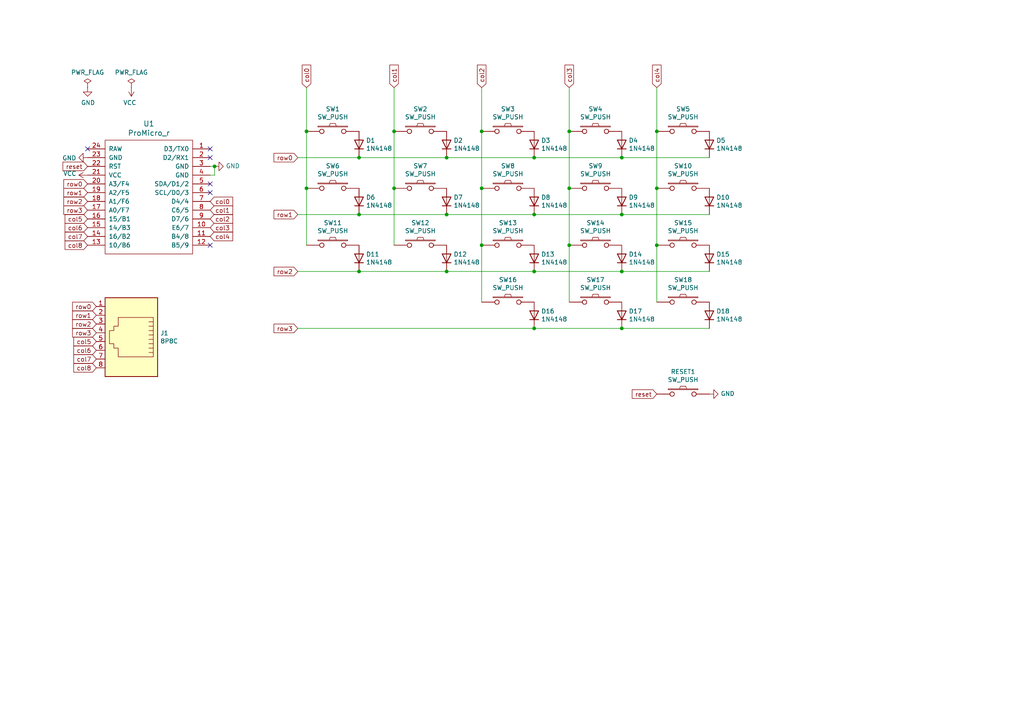
<source format=kicad_sch>
(kicad_sch (version 20211123) (generator eeschema)
  (paper "A4")
  (title_block (title "REVIUNG34-SPLIT-LEFT") (date "2019-09-11") (rev "1.1"))
  (lib_symbols
    (symbol "Diode:1N4148" (pin_numbers hide) (pin_names hide)
      (property "Reference" "D" (at 0 2.54 0))
      (property "Value" "1N4148" (at 0 -2.54 0))
      (symbol "1N4148_0_1"
        (polyline (pts (xy -1.27 1.27) (xy -1.27 -1.27)) (stroke (width 0.254)))
        (polyline (pts (xy 1.27 0) (xy -1.27 0)))
        (polyline (pts (xy 1.27 1.27) (xy 1.27 -1.27) (xy -1.27 0) (xy 1.27 1.27)) (stroke (width 0.254)))
      )
      (symbol "1N4148_1_1"
        (pin passive line (at -3.81 0 0) (length 2.54) (name "K") (number "1"))
        (pin passive line (at 3.81 0 180) (length 2.54) (name "A") (number "2"))
      )
    )
    (symbol "REVIUNG-PROMICRO:ProMicro_r-_reviung-kbd" (pin_names (offset 1.016))
      (property "Reference" "U1" (at 1.27 25.0698 0))
      (property "Value" "ProMicro_r" (at 1.27 22.3774 0))
      (symbol "ProMicro_r-_reviung-kbd_0_1"
        (rectangle (start 13.97 20.32) (end -11.43 -12.7))
      )
      (symbol "ProMicro_r-_reviung-kbd_1_1"
        (pin bidirectional line (at 19.05 17.78 180) (length 5.08) (name "D3/TX0") (number "1"))
        (pin bidirectional line (at 19.05 -5.08 180) (length 5.08) (name "E6/7") (number "10"))
        (pin bidirectional line (at 19.05 -7.62 180) (length 5.08) (name "B4/8") (number "11"))
        (pin bidirectional line (at 19.05 -10.16 180) (length 5.08) (name "B5/9") (number "12"))
        (pin bidirectional line (at -16.51 -10.16 0) (length 5.08) (name "10/B6") (number "13"))
        (pin bidirectional line (at -16.51 -7.62 0) (length 5.08) (name "16/B2") (number "14"))
        (pin bidirectional line (at -16.51 -5.08 0) (length 5.08) (name "14/B3") (number "15"))
        (pin bidirectional line (at -16.51 -2.54 0) (length 5.08) (name "15/B1") (number "16"))
        (pin bidirectional line (at -16.51 0 0) (length 5.08) (name "A0/F7") (number "17"))
        (pin bidirectional line (at -16.51 2.54 0) (length 5.08) (name "A1/F6") (number "18"))
        (pin bidirectional line (at -16.51 5.08 0) (length 5.08) (name "A2/F5") (number "19"))
        (pin bidirectional line (at 19.05 15.24 180) (length 5.08) (name "D2/RX1") (number "2"))
        (pin bidirectional line (at -16.51 7.62 0) (length 5.08) (name "A3/F4") (number "20"))
        (pin power_in line (at -16.51 10.16 0) (length 5.08) (name "VCC") (number "21"))
        (pin input line (at -16.51 12.7 0) (length 5.08) (name "RST") (number "22"))
        (pin power_in line (at -16.51 15.24 0) (length 5.08) (name "GND") (number "23"))
        (pin power_out line (at -16.51 17.78 0) (length 5.08) (name "RAW") (number "24"))
        (pin power_in line (at 19.05 12.7 180) (length 5.08) (name "GND") (number "3"))
        (pin power_in line (at 19.05 10.16 180) (length 5.08) (name "GND") (number "4"))
        (pin bidirectional line (at 19.05 7.62 180) (length 5.08) (name "SDA/D1/2") (number "5"))
        (pin bidirectional line (at 19.05 5.08 180) (length 5.08) (name "SCL/D0/3") (number "6"))
        (pin bidirectional line (at 19.05 2.54 180) (length 5.08) (name "D4/4") (number "7"))
        (pin bidirectional line (at 19.05 0 180) (length 5.08) (name "C6/5") (number "8"))
        (pin bidirectional line (at 19.05 -2.54 180) (length 5.08) (name "D7/6") (number "9"))
      )
    )
    (symbol "REVIUNG-RJ45:8P8C-_reviung-kbd" (pin_names (offset 1.016))
      (property "Reference" "J1" (at 8.382 -0.1016 0))
      (property "Value" "8P8C" (at 8.382 -2.413 0))
      (symbol "8P8C-_reviung-kbd_0_1"
        (polyline (pts (xy -5.08 4.445) (xy -6.35 4.445)))
        (polyline (pts (xy -5.08 5.715) (xy -6.35 5.715)))
        (polyline (pts (xy -6.35 -3.175) (xy -5.08 -3.175) (xy -5.08 -3.175)))
        (polyline (pts (xy -6.35 -1.905) (xy -5.08 -1.905) (xy -5.08 -1.905)))
        (polyline (pts (xy -6.35 -0.635) (xy -5.08 -0.635) (xy -5.08 -0.635)))
        (polyline (pts (xy -6.35 0.635) (xy -5.08 0.635) (xy -5.08 0.635)))
        (polyline (pts (xy -6.35 1.905) (xy -5.08 1.905) (xy -5.08 1.905)))
        (polyline (pts (xy -5.08 3.175) (xy -6.35 3.175) (xy -6.35 3.175)))
        (polyline (pts (xy -6.35 -4.445) (xy -6.35 6.985) (xy 3.81 6.985) (xy 3.81 4.445) (xy 5.08 4.445) (xy 5.08 3.175) (xy 6.35 3.175) (xy 6.35 -0.635) (xy 5.08 -0.635) (xy 5.08 -1.905) (xy 3.81 -1.905) (xy 3.81 -4.445) (xy -6.35 -4.445) (xy -6.35 -4.445)))
        (rectangle (start 7.62 12.7) (end -7.62 -10.16) (stroke (width 0.254)) (fill (type background)))
      )
      (symbol "8P8C-_reviung-kbd_1_1"
        (pin passive line (at 10.16 -7.62 180) (length 2.54) (name "~") (number "1"))
        (pin passive line (at 10.16 -5.08 180) (length 2.54) (name "~") (number "2"))
        (pin passive line (at 10.16 -2.54 180) (length 2.54) (name "~") (number "3"))
        (pin passive line (at 10.16 0 180) (length 2.54) (name "~") (number "4"))
        (pin passive line (at 10.16 2.54 180) (length 2.54) (name "~") (number "5"))
        (pin passive line (at 10.16 5.08 180) (length 2.54) (name "~") (number "6"))
        (pin passive line (at 10.16 7.62 180) (length 2.54) (name "~") (number "7"))
        (pin passive line (at 10.16 10.16 180) (length 2.54) (name "~") (number "8"))
      )
    )
    (symbol "REVIUNG-SW-MX-CHOC-1U:SW_PUSH-_reviung-kbd" (pin_numbers hide) (pin_names (offset 1.016) hide)
      (property "Reference" "SW11" (at 0 6.477 0))
      (property "Value" "SW_PUSH" (at 0 4.1656 0))
      (symbol "SW_PUSH-_reviung-kbd_0_1"
        (rectangle (start -4.318 1.27) (end 4.318 1.524))
        (polyline (pts (xy -1.016 1.524) (xy -0.762 2.286) (xy 0.762 2.286) (xy 1.016 1.524)))
        (pin passive inverted (at -7.62 0 0) (length 5.08) (name "1") (number "1"))
        (pin passive inverted (at 7.62 0 180) (length 5.08) (name "2") (number "2"))
      )
    )
    (symbol "power:GND" (power) (pin_names (offset 0))
      (property "Value" "GND" (at 0 -3.81 0))
      (symbol "GND_0_1"
        (polyline (pts (xy 0 0) (xy 0 -1.27) (xy 1.27 -1.27) (xy 0 -2.54) (xy -1.27 -1.27) (xy 0 -1.27)))
      )
      (symbol "GND_1_1"
        (pin power_in line (at 0 0 270) (length 0) hide (name "GND") (number "1"))
      )
    )
    (symbol "power:PWR_FLAG" (power) (pin_numbers hide) (pin_names (offset 0) hide)
      (property "Value" "PWR_FLAG" (at 0 3.81 0))
      (symbol "PWR_FLAG_0_0"
        (pin power_out line (at 0 0 90) (length 0) (name "pwr") (number "1"))
      )
      (symbol "PWR_FLAG_0_1"
        (polyline (pts (xy 0 0) (xy 0 1.27) (xy -1.016 1.905) (xy 0 2.54) (xy 1.016 1.905) (xy 0 1.27)))
      )
    )
    (symbol "power:VCC" (power) (pin_names (offset 0))
      (property "Value" "VCC" (at 0 3.81 0))
      (symbol "VCC_0_1"
        (polyline (pts (xy -0.762 1.27) (xy 0 2.54)))
        (polyline (pts (xy 0 0) (xy 0 2.54)))
        (polyline (pts (xy 0 2.54) (xy 0.762 1.27)))
      )
      (symbol "VCC_1_1"
        (pin power_in line (at 0 0 90) (length 0) hide (name "VCC") (number "1"))
      )
    )
  )
  (junction (at 154.94 62.23))
  (junction (at 190.5 38.1))
  (junction (at 139.7 54.61))
  (junction (at 62.23 48.26))
  (junction (at 129.54 62.23))
  (junction (at 139.7 71.12))
  (junction (at 88.9 38.1))
  (junction (at 139.7 38.1))
  (junction (at 129.54 45.72))
  (junction (at 165.1 71.12))
  (junction (at 114.3 54.61))
  (junction (at 88.9 54.61))
  (junction (at 154.94 45.72))
  (junction (at 165.1 54.61))
  (junction (at 180.34 78.74))
  (junction (at 104.14 62.23))
  (junction (at 114.3 38.1))
  (junction (at 180.34 45.72))
  (junction (at 154.94 78.74))
  (junction (at 180.34 95.25))
  (junction (at 190.5 54.61))
  (junction (at 165.1 38.1))
  (junction (at 154.94 95.25))
  (junction (at 129.54 78.74))
  (junction (at 104.14 45.72))
  (junction (at 180.34 62.23))
  (junction (at 190.5 71.12))
  (junction (at 104.14 78.74))
  (no_connect (at 60.96 43.18))
  (no_connect (at 25.4 43.18))
  (no_connect (at 60.96 45.72))
  (no_connect (at 60.96 71.12))
  (no_connect (at 60.96 55.88))
  (no_connect (at 60.96 53.34))
  (wire (pts (xy 165.1 25.4) (xy 165.1 38.1)))
  (wire (pts (xy 190.5 38.1) (xy 190.5 54.61)))
  (wire (pts (xy 86.36 78.74) (xy 104.14 78.74)))
  (wire (pts (xy 180.34 45.72) (xy 205.74 45.72)))
  (wire (pts (xy 60.96 48.26) (xy 62.23 48.26)))
  (wire (pts (xy 180.34 78.74) (xy 205.74 78.74)))
  (wire (pts (xy 190.5 54.61) (xy 190.5 71.12)))
  (wire (pts (xy 139.7 71.12) (xy 139.7 87.63)))
  (wire (pts (xy 104.14 62.23) (xy 129.54 62.23)))
  (wire (pts (xy 139.7 25.4) (xy 139.7 38.1)))
  (wire (pts (xy 86.36 45.72) (xy 104.14 45.72)))
  (wire (pts (xy 139.7 38.1) (xy 139.7 54.61)))
  (wire (pts (xy 86.36 95.25) (xy 154.94 95.25)))
  (wire (pts (xy 129.54 78.74) (xy 154.94 78.74)))
  (wire (pts (xy 88.9 54.61) (xy 88.9 71.12)))
  (wire (pts (xy 129.54 45.72) (xy 154.94 45.72)))
  (wire (pts (xy 104.14 78.74) (xy 129.54 78.74)))
  (wire (pts (xy 180.34 95.25) (xy 205.74 95.25)))
  (wire (pts (xy 190.5 25.4) (xy 190.5 38.1)))
  (wire (pts (xy 114.3 38.1) (xy 114.3 54.61)))
  (wire (pts (xy 154.94 45.72) (xy 180.34 45.72)))
  (wire (pts (xy 190.5 71.12) (xy 190.5 87.63)))
  (wire (pts (xy 165.1 54.61) (xy 165.1 71.12)))
  (wire (pts (xy 154.94 62.23) (xy 180.34 62.23)))
  (wire (pts (xy 154.94 95.25) (xy 180.34 95.25)))
  (wire (pts (xy 165.1 38.1) (xy 165.1 54.61)))
  (wire (pts (xy 60.96 50.8) (xy 62.23 50.8)))
  (wire (pts (xy 104.14 45.72) (xy 129.54 45.72)))
  (wire (pts (xy 88.9 25.4) (xy 88.9 38.1)))
  (wire (pts (xy 88.9 38.1) (xy 88.9 54.61)))
  (wire (pts (xy 114.3 54.61) (xy 114.3 71.12)))
  (wire (pts (xy 86.36 62.23) (xy 104.14 62.23)))
  (wire (pts (xy 62.23 50.8) (xy 62.23 48.26)))
  (wire (pts (xy 129.54 62.23) (xy 154.94 62.23)))
  (wire (pts (xy 139.7 54.61) (xy 139.7 71.12)))
  (wire (pts (xy 154.94 78.74) (xy 180.34 78.74)))
  (wire (pts (xy 165.1 71.12) (xy 165.1 87.63)))
  (wire (pts (xy 180.34 62.23) (xy 205.74 62.23)))
  (wire (pts (xy 114.3 25.4) (xy 114.3 38.1)))
  (global_label "row1" (shape input) (at 25.4 55.88 180) (property "Обозначения листов" "${INTERSHEET_REFS}" (effects hide)))
  (global_label "col7" (shape input) (at 25.4 68.58 180) (property "Обозначения листов" "${INTERSHEET_REFS}" (effects hide)))
  (global_label "col3" (shape input) (at 165.1 25.4 90) (property "Обозначения листов" "${INTERSHEET_REFS}" (effects hide)))
  (global_label "row3" (shape input) (at 86.36 95.25 180) (property "Обозначения листов" "${INTERSHEET_REFS}" (effects hide)))
  (global_label "row1" (shape input) (at 27.94 91.44 180) (property "Обозначения листов" "${INTERSHEET_REFS}" (effects hide)))
  (global_label "row3" (shape input) (at 25.4 60.96 180) (property "Обозначения листов" "${INTERSHEET_REFS}" (effects hide)))
  (global_label "col1" (shape input) (at 114.3 25.4 90) (property "Обозначения листов" "${INTERSHEET_REFS}" (effects hide)))
  (global_label "col2" (shape input) (at 139.7 25.4 90) (property "Обозначения листов" "${INTERSHEET_REFS}" (effects hide)))
  (global_label "row2" (shape input) (at 25.4 58.42 180) (property "Обозначения листов" "${INTERSHEET_REFS}" (effects hide)))
  (global_label "row1" (shape input) (at 86.36 62.23 180) (property "Обозначения листов" "${INTERSHEET_REFS}" (effects hide)))
  (global_label "col5" (shape input) (at 27.94 99.06 180) (property "Обозначения листов" "${INTERSHEET_REFS}" (effects hide)))
  (global_label "col3" (shape input) (at 60.96 66.04 0) (property "Обозначения листов" "${INTERSHEET_REFS}" (effects hide)))
  (global_label "col0" (shape input) (at 60.96 58.42 0) (property "Обозначения листов" "${INTERSHEET_REFS}" (effects hide)))
  (global_label "row3" (shape input) (at 27.94 96.52 180) (property "Обозначения листов" "${INTERSHEET_REFS}" (effects hide)))
  (global_label "reset" (shape input) (at 190.5 114.3 180) (property "Обозначения листов" "${INTERSHEET_REFS}" (effects hide)))
  (global_label "row0" (shape input) (at 25.4 53.34 180) (property "Обозначения листов" "${INTERSHEET_REFS}" (effects hide)))
  (global_label "col4" (shape input) (at 190.5 25.4 90) (property "Обозначения листов" "${INTERSHEET_REFS}" (effects hide)))
  (global_label "row0" (shape input) (at 27.94 88.9 180) (property "Обозначения листов" "${INTERSHEET_REFS}" (effects hide)))
  (global_label "row2" (shape input) (at 27.94 93.98 180) (property "Обозначения листов" "${INTERSHEET_REFS}" (effects hide)))
  (global_label "col7" (shape input) (at 27.94 104.14 180) (property "Обозначения листов" "${INTERSHEET_REFS}" (effects hide)))
  (global_label "col2" (shape input) (at 60.96 63.5 0) (property "Обозначения листов" "${INTERSHEET_REFS}" (effects hide)))
  (global_label "col4" (shape input) (at 60.96 68.58 0) (property "Обозначения листов" "${INTERSHEET_REFS}" (effects hide)))
  (global_label "reset" (shape input) (at 25.4 48.26 180) (property "Обозначения листов" "${INTERSHEET_REFS}" (effects hide)))
  (global_label "col1" (shape input) (at 60.96 60.96 0) (property "Обозначения листов" "${INTERSHEET_REFS}" (effects hide)))
  (global_label "col6" (shape input) (at 27.94 101.6 180) (property "Обозначения листов" "${INTERSHEET_REFS}" (effects hide)))
  (global_label "col5" (shape input) (at 25.4 63.5 180) (property "Обозначения листов" "${INTERSHEET_REFS}" (effects hide)))
  (global_label "col8" (shape input) (at 25.4 71.12 180) (property "Обозначения листов" "${INTERSHEET_REFS}" (effects hide)))
  (global_label "col6" (shape input) (at 25.4 66.04 180) (property "Обозначения листов" "${INTERSHEET_REFS}" (effects hide)))
  (global_label "row2" (shape input) (at 86.36 78.74 180) (property "Обозначения листов" "${INTERSHEET_REFS}" (effects hide)))
  (global_label "row0" (shape input) (at 86.36 45.72 180) (property "Обозначения листов" "${INTERSHEET_REFS}" (effects hide)))
  (global_label "col0" (shape input) (at 88.9 25.4 90) (property "Обозначения листов" "${INTERSHEET_REFS}" (effects hide)))
  (global_label "col8" (shape input) (at 27.94 106.68 180) (property "Обозначения листов" "${INTERSHEET_REFS}" (effects hide)))
  (symbol (lib_id "power:PWR_FLAG") (at 25.4 25.4 0) (unit 1)
    (property "Reference" "#FLG01" (effects hide))
    (property "Value" "PWR_FLAG" (at 25.4 21.0058 0))
  )
  (symbol (lib_id "power:PWR_FLAG") (at 38.1 25.4 0) (unit 1)
    (property "Reference" "#FLG02" (effects hide))
    (property "Value" "PWR_FLAG" (at 38.1 21.0058 0))
  )
  (symbol (lib_id "power:GND") (at 25.4 25.4 0) (unit 1)
    (property "Reference" "#PWR01" (effects hide))
    (property "Value" "GND" (at 25.527 29.7942 0))
  )
  (symbol (lib_id "power:VCC") (at 38.1 25.4 180) (unit 1)
    (property "Reference" "#PWR02" (effects hide))
    (property "Value" "VCC" (at 37.6428 29.7942 0))
  )
  (symbol (lib_id "REVIUNG-PROMICRO:ProMicro_r-_reviung-kbd") (at 41.91 60.96 0) (unit 1)
    (property "Reference" "U1" (at 43.18 35.8902 0) (effects (font (size 1.524 1.524))))
    (property "Value" "ProMicro_r" (at 43.18 38.5826 0) (effects (font (size 1.524 1.524))))
    (property "Footprint" "REVIUNG-footprints:REVIUNG-PROMICRO" (effects hide))
  )
  (symbol (lib_id "power:GND") (at 25.4 45.72 270) (unit 1)
    (property "Reference" "#PWR03" (effects hide))
    (property "Value" "GND" (at 22.1488 45.847 90) (effects (justify right)))
  )
  (symbol (lib_id "power:VCC") (at 25.4 50.8 90) (unit 1)
    (property "Reference" "#PWR05" (effects hide))
    (property "Value" "VCC" (at 22.1742 50.3428 90) (effects (justify left)))
  )
  (symbol (lib_id "power:GND") (at 62.23 48.26 90) (unit 1)
    (property "Reference" "#PWR04" (effects hide))
    (property "Value" "GND" (at 65.4812 48.133 90) (effects (justify right)))
  )
  (symbol (lib_id "REVIUNG-SW-MX-CHOC-1U:SW_PUSH-_reviung-kbd") (at 96.52 38.1 0) (unit 1)
    (property "Reference" "SW1" (at 96.52 31.623 0))
    (property "Value" "SW_PUSH" (at 96.52 33.9344 0))
    (property "Footprint" "REVIUNG-footprints:SEPOR-MX-KS27-HOTSWAP-1U" (effects hide))
  )
  (symbol (lib_id "Diode:1N4148") (at 104.14 41.91 90) (unit 1)
    (property "Reference" "D1" (at 106.1466 40.7416 90) (effects (justify right)))
    (property "Value" "1N4148" (at 106.1466 43.053 90) (effects (justify right)))
    (property "Footprint" "REVIUNG-footprints:REVIUNG-DIODE-DUAL" (effects hide))
    (property "Datasheet" "https://assets.nexperia.com/documents/data-sheet/1N4148_1N4448.pdf" (effects hide))
  )
  (symbol (lib_id "REVIUNG-SW-MX-CHOC-1U:SW_PUSH-_reviung-kbd") (at 121.92 38.1 0) (unit 1)
    (property "Reference" "SW2" (at 121.92 31.623 0))
    (property "Value" "SW_PUSH" (at 121.92 33.9344 0))
    (property "Footprint" "REVIUNG-footprints:SEPOR-MX-KS27-HOTSWAP-1U" (effects hide))
  )
  (symbol (lib_id "Diode:1N4148") (at 129.54 41.91 90) (unit 1)
    (property "Reference" "D2" (at 131.5466 40.7416 90) (effects (justify right)))
    (property "Value" "1N4148" (at 131.5466 43.053 90) (effects (justify right)))
    (property "Footprint" "REVIUNG-footprints:REVIUNG-DIODE-DUAL" (effects hide))
    (property "Datasheet" "https://assets.nexperia.com/documents/data-sheet/1N4148_1N4448.pdf" (effects hide))
  )
  (symbol (lib_id "REVIUNG-SW-MX-CHOC-1U:SW_PUSH-_reviung-kbd") (at 147.32 38.1 0) (unit 1)
    (property "Reference" "SW3" (at 147.32 31.623 0))
    (property "Value" "SW_PUSH" (at 147.32 33.9344 0))
    (property "Footprint" "REVIUNG-footprints:SEPOR-MX-KS27-HOTSWAP-1U" (effects hide))
  )
  (symbol (lib_id "Diode:1N4148") (at 154.94 41.91 90) (unit 1)
    (property "Reference" "D3" (at 156.9466 40.7416 90) (effects (justify right)))
    (property "Value" "1N4148" (at 156.9466 43.053 90) (effects (justify right)))
    (property "Footprint" "REVIUNG-footprints:REVIUNG-DIODE-DUAL" (effects hide))
    (property "Datasheet" "https://assets.nexperia.com/documents/data-sheet/1N4148_1N4448.pdf" (effects hide))
  )
  (symbol (lib_id "REVIUNG-SW-MX-CHOC-1U:SW_PUSH-_reviung-kbd") (at 172.72 38.1 0) (unit 1)
    (property "Reference" "SW4" (at 172.72 31.623 0))
    (property "Value" "SW_PUSH" (at 172.72 33.9344 0))
    (property "Footprint" "REVIUNG-footprints:SEPOR-MX-KS27-HOTSWAP-1U" (effects hide))
  )
  (symbol (lib_id "Diode:1N4148") (at 180.34 41.91 90) (unit 1)
    (property "Reference" "D4" (at 182.3466 40.7416 90) (effects (justify right)))
    (property "Value" "1N4148" (at 182.3466 43.053 90) (effects (justify right)))
    (property "Footprint" "REVIUNG-footprints:REVIUNG-DIODE-DUAL" (effects hide))
    (property "Datasheet" "https://assets.nexperia.com/documents/data-sheet/1N4148_1N4448.pdf" (effects hide))
  )
  (symbol (lib_id "REVIUNG-SW-MX-CHOC-1U:SW_PUSH-_reviung-kbd") (at 198.12 38.1 0) (unit 1)
    (property "Reference" "SW5" (at 198.12 31.623 0))
    (property "Value" "SW_PUSH" (at 198.12 33.9344 0))
    (property "Footprint" "REVIUNG-footprints:SEPOR-MX-KS27-HOTSWAP-1U" (effects hide))
  )
  (symbol (lib_id "Diode:1N4148") (at 205.74 41.91 90) (unit 1)
    (property "Reference" "D5" (at 207.7466 40.7416 90) (effects (justify right)))
    (property "Value" "1N4148" (at 207.7466 43.053 90) (effects (justify right)))
    (property "Footprint" "REVIUNG-footprints:REVIUNG-DIODE-DUAL" (effects hide))
    (property "Datasheet" "https://assets.nexperia.com/documents/data-sheet/1N4148_1N4448.pdf" (effects hide))
  )
  (symbol (lib_id "REVIUNG-SW-MX-CHOC-1U:SW_PUSH-_reviung-kbd") (at 96.52 54.61 0) (unit 1)
    (property "Reference" "SW6" (at 96.52 48.133 0))
    (property "Value" "SW_PUSH" (at 96.52 50.4444 0))
    (property "Footprint" "REVIUNG-footprints:SEPOR-MX-KS27-HOTSWAP-1U" (effects hide))
  )
  (symbol (lib_id "Diode:1N4148") (at 104.14 58.42 90) (unit 1)
    (property "Reference" "D6" (at 106.1466 57.2516 90) (effects (justify right)))
    (property "Value" "1N4148" (at 106.1466 59.563 90) (effects (justify right)))
    (property "Footprint" "REVIUNG-footprints:REVIUNG-DIODE-DUAL" (effects hide))
    (property "Datasheet" "https://assets.nexperia.com/documents/data-sheet/1N4148_1N4448.pdf" (effects hide))
  )
  (symbol (lib_id "REVIUNG-SW-MX-CHOC-1U:SW_PUSH-_reviung-kbd") (at 121.92 54.61 0) (unit 1)
    (property "Reference" "SW7" (at 121.92 48.133 0))
    (property "Value" "SW_PUSH" (at 121.92 50.4444 0))
    (property "Footprint" "REVIUNG-footprints:SEPOR-MX-KS27-HOTSWAP-1U" (effects hide))
  )
  (symbol (lib_id "Diode:1N4148") (at 129.54 58.42 90) (unit 1)
    (property "Reference" "D7" (at 131.5466 57.2516 90) (effects (justify right)))
    (property "Value" "1N4148" (at 131.5466 59.563 90) (effects (justify right)))
    (property "Footprint" "REVIUNG-footprints:REVIUNG-DIODE-DUAL" (effects hide))
    (property "Datasheet" "https://assets.nexperia.com/documents/data-sheet/1N4148_1N4448.pdf" (effects hide))
  )
  (symbol (lib_id "REVIUNG-SW-MX-CHOC-1U:SW_PUSH-_reviung-kbd") (at 147.32 54.61 0) (unit 1)
    (property "Reference" "SW8" (at 147.32 48.133 0))
    (property "Value" "SW_PUSH" (at 147.32 50.4444 0))
    (property "Footprint" "REVIUNG-footprints:SEPOR-MX-KS27-HOTSWAP-1U" (effects hide))
  )
  (symbol (lib_id "Diode:1N4148") (at 154.94 58.42 90) (unit 1)
    (property "Reference" "D8" (at 156.9466 57.2516 90) (effects (justify right)))
    (property "Value" "1N4148" (at 156.9466 59.563 90) (effects (justify right)))
    (property "Footprint" "REVIUNG-footprints:REVIUNG-DIODE-DUAL" (effects hide))
    (property "Datasheet" "https://assets.nexperia.com/documents/data-sheet/1N4148_1N4448.pdf" (effects hide))
  )
  (symbol (lib_id "REVIUNG-SW-MX-CHOC-1U:SW_PUSH-_reviung-kbd") (at 172.72 54.61 0) (unit 1)
    (property "Reference" "SW9" (at 172.72 48.133 0))
    (property "Value" "SW_PUSH" (at 172.72 50.4444 0))
    (property "Footprint" "REVIUNG-footprints:SEPOR-MX-KS27-HOTSWAP-1U" (effects hide))
  )
  (symbol (lib_id "Diode:1N4148") (at 180.34 58.42 90) (unit 1)
    (property "Reference" "D9" (at 182.3466 57.2516 90) (effects (justify right)))
    (property "Value" "1N4148" (at 182.3466 59.563 90) (effects (justify right)))
    (property "Footprint" "REVIUNG-footprints:REVIUNG-DIODE-DUAL" (effects hide))
    (property "Datasheet" "https://assets.nexperia.com/documents/data-sheet/1N4148_1N4448.pdf" (effects hide))
  )
  (symbol (lib_id "REVIUNG-SW-MX-CHOC-1U:SW_PUSH-_reviung-kbd") (at 198.12 54.61 0) (unit 1)
    (property "Reference" "SW10" (at 198.12 48.133 0))
    (property "Value" "SW_PUSH" (at 198.12 50.4444 0))
    (property "Footprint" "REVIUNG-footprints:SEPOR-MX-KS27-HOTSWAP-1U" (effects hide))
  )
  (symbol (lib_id "Diode:1N4148") (at 205.74 58.42 90) (unit 1)
    (property "Reference" "D10" (at 207.7466 57.2516 90) (effects (justify right)))
    (property "Value" "1N4148" (at 207.7466 59.563 90) (effects (justify right)))
    (property "Footprint" "REVIUNG-footprints:REVIUNG-DIODE-DUAL" (effects hide))
    (property "Datasheet" "https://assets.nexperia.com/documents/data-sheet/1N4148_1N4448.pdf" (effects hide))
  )
  (symbol (lib_id "REVIUNG-SW-MX-CHOC-1U:SW_PUSH-_reviung-kbd") (at 96.52 71.12 0) (unit 1)
    (property "Reference" "SW11" (at 96.52 64.643 0))
    (property "Value" "SW_PUSH" (at 96.52 66.9544 0))
    (property "Footprint" "REVIUNG-footprints:SEPOR-MX-KS27-HOTSWAP-1U" (effects hide))
  )
  (symbol (lib_id "Diode:1N4148") (at 104.14 74.93 90) (unit 1)
    (property "Reference" "D11" (at 106.1466 73.7616 90) (effects (justify right)))
    (property "Value" "1N4148" (at 106.1466 76.073 90) (effects (justify right)))
    (property "Footprint" "REVIUNG-footprints:REVIUNG-DIODE-DUAL" (effects hide))
    (property "Datasheet" "https://assets.nexperia.com/documents/data-sheet/1N4148_1N4448.pdf" (effects hide))
  )
  (symbol (lib_id "REVIUNG-SW-MX-CHOC-1U:SW_PUSH-_reviung-kbd") (at 121.92 71.12 0) (unit 1)
    (property "Reference" "SW12" (at 121.92 64.643 0))
    (property "Value" "SW_PUSH" (at 121.92 66.9544 0))
    (property "Footprint" "REVIUNG-footprints:SEPOR-MX-KS27-HOTSWAP-1U" (effects hide))
  )
  (symbol (lib_id "Diode:1N4148") (at 129.54 74.93 90) (unit 1)
    (property "Reference" "D12" (at 131.5466 73.7616 90) (effects (justify right)))
    (property "Value" "1N4148" (at 131.5466 76.073 90) (effects (justify right)))
    (property "Footprint" "REVIUNG-footprints:REVIUNG-DIODE-DUAL" (effects hide))
    (property "Datasheet" "https://assets.nexperia.com/documents/data-sheet/1N4148_1N4448.pdf" (effects hide))
  )
  (symbol (lib_id "REVIUNG-SW-MX-CHOC-1U:SW_PUSH-_reviung-kbd") (at 147.32 71.12 0) (unit 1)
    (property "Reference" "SW13" (at 147.32 64.643 0))
    (property "Value" "SW_PUSH" (at 147.32 66.9544 0))
    (property "Footprint" "REVIUNG-footprints:SEPOR-MX-KS27-HOTSWAP-1U" (effects hide))
  )
  (symbol (lib_id "Diode:1N4148") (at 154.94 74.93 90) (unit 1)
    (property "Reference" "D13" (at 156.9466 73.7616 90) (effects (justify right)))
    (property "Value" "1N4148" (at 156.9466 76.073 90) (effects (justify right)))
    (property "Footprint" "REVIUNG-footprints:REVIUNG-DIODE-DUAL" (effects hide))
    (property "Datasheet" "https://assets.nexperia.com/documents/data-sheet/1N4148_1N4448.pdf" (effects hide))
  )
  (symbol (lib_id "REVIUNG-SW-MX-CHOC-1U:SW_PUSH-_reviung-kbd") (at 172.72 71.12 0) (unit 1)
    (property "Reference" "SW14" (at 172.72 64.643 0))
    (property "Value" "SW_PUSH" (at 172.72 66.9544 0))
    (property "Footprint" "REVIUNG-footprints:SEPOR-MX-KS27-HOTSWAP-1U" (effects hide))
  )
  (symbol (lib_id "Diode:1N4148") (at 180.34 74.93 90) (unit 1)
    (property "Reference" "D14" (at 182.3466 73.7616 90) (effects (justify right)))
    (property "Value" "1N4148" (at 182.3466 76.073 90) (effects (justify right)))
    (property "Footprint" "REVIUNG-footprints:REVIUNG-DIODE-DUAL" (effects hide))
    (property "Datasheet" "https://assets.nexperia.com/documents/data-sheet/1N4148_1N4448.pdf" (effects hide))
  )
  (symbol (lib_id "REVIUNG-SW-MX-CHOC-1U:SW_PUSH-_reviung-kbd") (at 198.12 71.12 0) (unit 1)
    (property "Reference" "SW15" (at 198.12 64.643 0))
    (property "Value" "SW_PUSH" (at 198.12 66.9544 0))
    (property "Footprint" "REVIUNG-footprints:SEPOR-MX-KS27-HOTSWAP-1U" (effects hide))
  )
  (symbol (lib_id "Diode:1N4148") (at 205.74 74.93 90) (unit 1)
    (property "Reference" "D15" (at 207.7466 73.7616 90) (effects (justify right)))
    (property "Value" "1N4148" (at 207.7466 76.073 90) (effects (justify right)))
    (property "Footprint" "REVIUNG-footprints:REVIUNG-DIODE-DUAL" (effects hide))
    (property "Datasheet" "https://assets.nexperia.com/documents/data-sheet/1N4148_1N4448.pdf" (effects hide))
  )
  (symbol (lib_id "REVIUNG-SW-MX-CHOC-1U:SW_PUSH-_reviung-kbd") (at 147.32 87.63 0) (unit 1)
    (property "Reference" "SW16" (at 147.32 81.153 0))
    (property "Value" "SW_PUSH" (at 147.32 83.4644 0))
    (property "Footprint" "REVIUNG-footprints:SEPOR-MX-KS27-HOTSWAP-1U" (effects hide))
  )
  (symbol (lib_id "Diode:1N4148") (at 154.94 91.44 90) (unit 1)
    (property "Reference" "D16" (at 156.9466 90.2716 90) (effects (justify right)))
    (property "Value" "1N4148" (at 156.9466 92.583 90) (effects (justify right)))
    (property "Footprint" "REVIUNG-footprints:REVIUNG-DIODE-DUAL" (effects hide))
    (property "Datasheet" "https://assets.nexperia.com/documents/data-sheet/1N4148_1N4448.pdf" (effects hide))
  )
  (symbol (lib_id "REVIUNG-SW-MX-CHOC-1U:SW_PUSH-_reviung-kbd") (at 172.72 87.63 0) (unit 1)
    (property "Reference" "SW17" (at 172.72 81.153 0))
    (property "Value" "SW_PUSH" (at 172.72 83.4644 0))
    (property "Footprint" "REVIUNG-footprints:SEPOR-MX-KS27-HOTSWAP-1U" (effects hide))
  )
  (symbol (lib_id "Diode:1N4148") (at 180.34 91.44 90) (unit 1)
    (property "Reference" "D17" (at 182.3466 90.2716 90) (effects (justify right)))
    (property "Value" "1N4148" (at 182.3466 92.583 90) (effects (justify right)))
    (property "Footprint" "REVIUNG-footprints:REVIUNG-DIODE-DUAL" (effects hide))
    (property "Datasheet" "https://assets.nexperia.com/documents/data-sheet/1N4148_1N4448.pdf" (effects hide))
  )
  (symbol (lib_id "REVIUNG-SW-MX-CHOC-1U:SW_PUSH-_reviung-kbd") (at 198.12 87.63 0) (unit 1)
    (property "Reference" "SW18" (at 198.12 81.153 0))
    (property "Value" "SW_PUSH" (at 198.12 83.4644 0))
    (property "Footprint" "REVIUNG-footprints:SEPOR-MX-KS27-HOTSWAP-1U" (effects hide))
  )
  (symbol (lib_id "Diode:1N4148") (at 205.74 91.44 90) (unit 1)
    (property "Reference" "D18" (at 207.7466 90.2716 90) (effects (justify right)))
    (property "Value" "1N4148" (at 207.7466 92.583 90) (effects (justify right)))
    (property "Footprint" "REVIUNG-footprints:REVIUNG-DIODE-DUAL" (effects hide))
    (property "Datasheet" "https://assets.nexperia.com/documents/data-sheet/1N4148_1N4448.pdf" (effects hide))
  )
  (symbol (lib_id "REVIUNG-SW-MX-CHOC-1U:SW_PUSH-_reviung-kbd") (at 198.12 114.3 0) (unit 1)
    (property "Reference" "RESET1" (at 198.12 107.823 0))
    (property "Value" "SW_PUSH" (at 198.12 110.1344 0))
    (property "Footprint" "REVIUNG-footprints:REVIUNG-RESET-SW" (effects hide))
  )
  (symbol (lib_id "power:GND") (at 205.74 114.3 90) (unit 1)
    (property "Reference" "#PWR06" (effects hide))
    (property "Value" "GND" (at 208.9912 114.173 90) (effects (justify right)))
  )
  (symbol (lib_id "REVIUNG-RJ45:8P8C-_reviung-kbd") (at 38.1 96.52 180) (unit 1)
    (property "Reference" "J1" (at 46.482 96.6216 0) (effects (justify right)))
    (property "Value" "8P8C" (at 46.482 98.933 0) (effects (justify right)))
    (property "Footprint" "REVIUNG-footprints:SEPOR-RJ45-SOCKET" (effects hide))
  )
)
</source>
